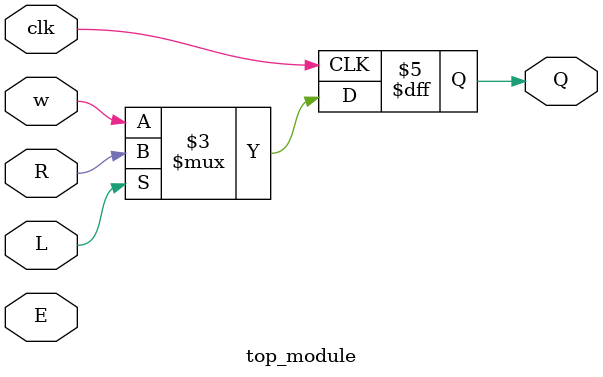
<source format=sv>
module top_module (
	input clk,
	input w,
	input R,
	input E,
	input L,
	output reg Q
);

always @(posedge clk)
begin
	if (L)
		Q <= R;
	else
		Q <= w;
end

endmodule

</source>
